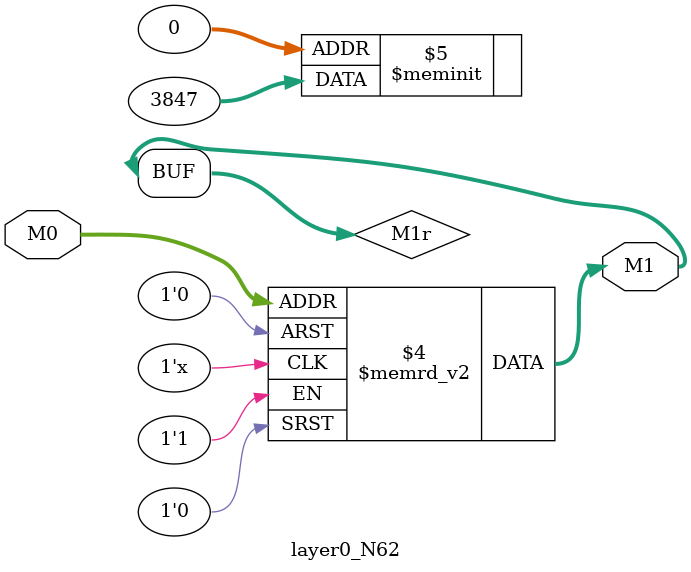
<source format=v>
module layer0_N62 ( input [3:0] M0, output [1:0] M1 );

	(*rom_style = "distributed" *) reg [1:0] M1r;
	assign M1 = M1r;
	always @ (M0) begin
		case (M0)
			4'b0000: M1r = 2'b11;
			4'b1000: M1r = 2'b00;
			4'b0100: M1r = 2'b11;
			4'b1100: M1r = 2'b00;
			4'b0010: M1r = 2'b00;
			4'b1010: M1r = 2'b00;
			4'b0110: M1r = 2'b00;
			4'b1110: M1r = 2'b00;
			4'b0001: M1r = 2'b01;
			4'b1001: M1r = 2'b00;
			4'b0101: M1r = 2'b11;
			4'b1101: M1r = 2'b00;
			4'b0011: M1r = 2'b00;
			4'b1011: M1r = 2'b00;
			4'b0111: M1r = 2'b00;
			4'b1111: M1r = 2'b00;

		endcase
	end
endmodule

</source>
